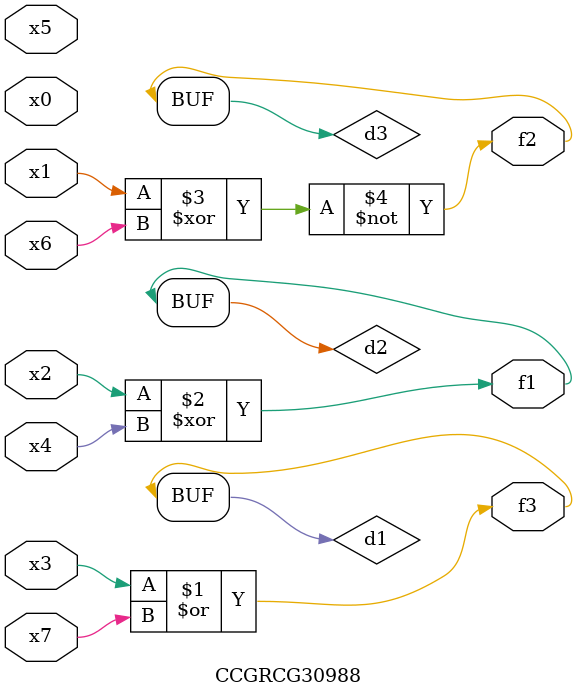
<source format=v>
module CCGRCG30988(
	input x0, x1, x2, x3, x4, x5, x6, x7,
	output f1, f2, f3
);

	wire d1, d2, d3;

	or (d1, x3, x7);
	xor (d2, x2, x4);
	xnor (d3, x1, x6);
	assign f1 = d2;
	assign f2 = d3;
	assign f3 = d1;
endmodule

</source>
